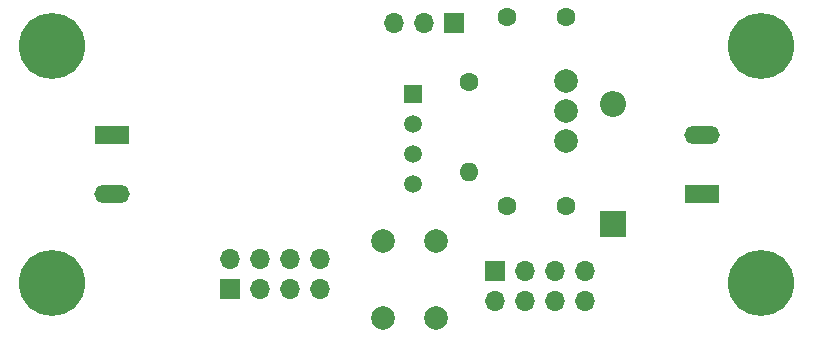
<source format=gbr>
G04 #@! TF.GenerationSoftware,KiCad,Pcbnew,5.1.9+dfsg1-1~bpo10+1*
G04 #@! TF.CreationDate,2021-07-01T20:48:51+00:00*
G04 #@! TF.ProjectId,klima,6b6c696d-612e-46b6-9963-61645f706362,rev?*
G04 #@! TF.SameCoordinates,Original*
G04 #@! TF.FileFunction,Soldermask,Top*
G04 #@! TF.FilePolarity,Negative*
%FSLAX46Y46*%
G04 Gerber Fmt 4.6, Leading zero omitted, Abs format (unit mm)*
G04 Created by KiCad (PCBNEW 5.1.9+dfsg1-1~bpo10+1) date 2021-07-01 20:48:51*
%MOMM*%
%LPD*%
G01*
G04 APERTURE LIST*
%ADD10C,2.000000*%
%ADD11R,1.700000X1.700000*%
%ADD12O,1.700000X1.700000*%
%ADD13C,1.600000*%
%ADD14R,2.200000X2.200000*%
%ADD15O,2.200000X2.200000*%
%ADD16C,5.600000*%
%ADD17R,3.000000X1.500000*%
%ADD18O,3.000000X1.500000*%
%ADD19R,1.500000X1.500000*%
%ADD20C,1.500000*%
%ADD21O,1.600000X1.600000*%
G04 APERTURE END LIST*
D10*
X137500000Y-98000000D03*
X133000000Y-98000000D03*
X137500000Y-91500000D03*
X133000000Y-91500000D03*
D11*
X139000000Y-73000000D03*
D12*
X136460000Y-73000000D03*
X133920000Y-73000000D03*
D13*
X148500000Y-88500000D03*
X143500000Y-88500000D03*
X143500000Y-72500000D03*
X148500000Y-72500000D03*
D14*
X152500000Y-90000000D03*
D15*
X152500000Y-79840000D03*
D16*
X105000000Y-95000000D03*
X165000000Y-95000000D03*
X165000000Y-75000000D03*
X105000000Y-75000000D03*
D17*
X110000000Y-82500000D03*
D18*
X110000000Y-87500000D03*
X160000000Y-82500000D03*
D17*
X160000000Y-87500000D03*
D10*
X148500000Y-83040000D03*
X148500000Y-80500000D03*
X148500000Y-77960000D03*
D19*
X135500000Y-79000000D03*
D20*
X135500000Y-81540000D03*
X135500000Y-84080000D03*
X135500000Y-86620000D03*
D11*
X120000000Y-95500000D03*
D12*
X120000000Y-92960000D03*
X122540000Y-95500000D03*
X122540000Y-92960000D03*
X125080000Y-95500000D03*
X125080000Y-92960000D03*
X127620000Y-95500000D03*
X127620000Y-92960000D03*
D11*
X142500000Y-94000000D03*
D12*
X142500000Y-96540000D03*
X145040000Y-94000000D03*
X145040000Y-96540000D03*
X147580000Y-94000000D03*
X147580000Y-96540000D03*
X150120000Y-94000000D03*
X150120000Y-96540000D03*
D13*
X140250000Y-78000000D03*
D21*
X140250000Y-85620000D03*
M02*

</source>
